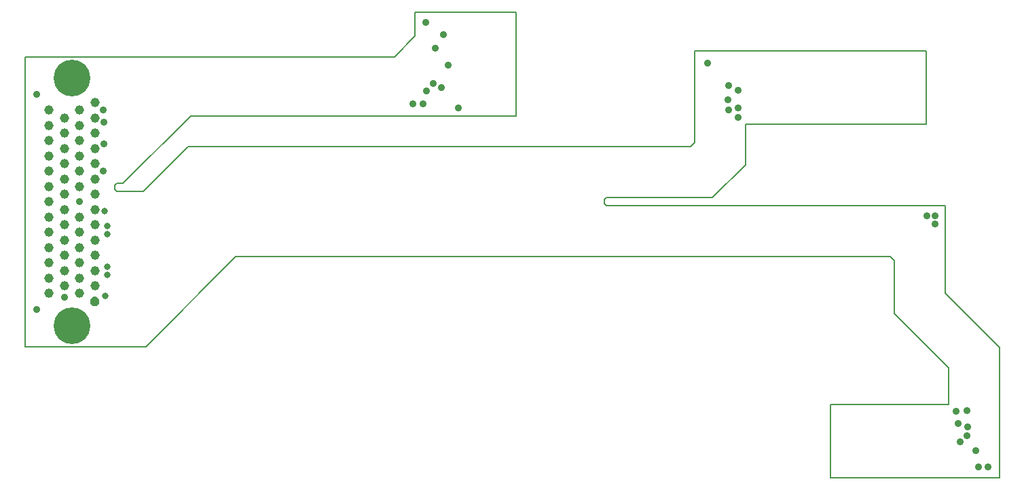
<source format=gbr>
G04 start of page 10 for group 8 idx 10
G04 Title: TFlex, Flex1 *
G04 Creator: pcb-bin 20060822 *
G04 CreationDate: Thu May  3 09:54:56 2007 UTC *
G04 For: stephan *
G04 Format: Gerber/RS-274X *
G04 PCB-Dimensions: 500000 300000 *
G04 PCB-Coordinate-Origin: lower left *
%MOIN*%
%FSLAX24Y24*%
%LNGROUP8*%
%ADD11C,0.0060*%
%ADD12C,0.0460*%
%ADD13C,0.0200*%
%ADD14C,0.1800*%
%ADD15C,0.0360*%
%ADD16C,0.0320*%
%ADD17C,0.0260*%
%ADD18C,0.1050*%
%ADD19C,0.0120*%
G54D11*X46075Y13125D02*X48725Y10475D01*
X43575Y14725D02*Y12125D01*
X46075Y17425D02*Y13125D01*
X43375Y14925D02*X43575Y14725D01*
Y12125D02*X46225Y9475D01*
Y7675D02*X40450D01*
X48725Y10475D02*Y4075D01*
X40450D01*
X46225Y9475D02*Y7675D01*
X40450D02*Y4075D01*
X45125Y25025D02*Y21425D01*
X36275D02*Y19445D01*
X45125Y21425D02*X36275D01*
Y19445D02*X34655Y17825D01*
X33775Y25025D02*X45125D01*
X33775D02*Y20525D01*
X25000Y26950D02*Y21850D01*
X20050Y26950D02*X25000D01*
X20050Y25775D02*Y26950D01*
X19025Y24750D02*X20050Y25775D01*
X29450Y17425D02*X46075D01*
X29350Y17525D02*Y17725D01*
X29450Y17825D02*X34655D01*
X29450Y17425D02*X29350Y17525D01*
Y17725D02*X29450Y17825D01*
X11250Y14925D02*X43375D01*
X33775Y20525D02*X33575Y20325D01*
X9025Y21850D02*X25000D01*
X8900Y20325D02*X33575D01*
X11250Y14925D02*X6825Y10500D01*
X5700Y18525D02*X5400D01*
X5300Y18425D01*
X900Y24750D02*Y10500D01*
X5400Y18125D02*X5300Y18225D01*
X900Y10500D02*X6825D01*
X6700Y18125D02*X8900Y20325D01*
X5700Y18525D02*X9025Y21850D01*
X6700Y18125D02*X5400D01*
X5300Y18225D02*Y18425D01*
X900Y24750D02*X19025D01*
G54D12*X4325Y15000D03*
Y15750D03*
Y16500D03*
Y17250D03*
Y18000D03*
Y18750D03*
Y19500D03*
Y20250D03*
Y21000D03*
Y21750D03*
Y22500D03*
X3575Y14625D03*
Y15375D03*
Y16125D03*
Y16875D03*
Y18375D03*
Y19125D03*
Y19875D03*
Y20625D03*
Y21375D03*
X4325Y13500D03*
Y14250D03*
X3575Y13125D03*
G54D13*G36*
X4555Y12845D02*X4420Y12980D01*
X4229D01*
X4095Y12845D01*
Y12654D01*
X4229Y12520D01*
X4420D01*
X4555Y12654D01*
Y12845D01*
G37*
G54D12*X3575Y13875D03*
X2825Y18000D03*
Y18750D03*
Y19500D03*
Y20250D03*
Y21000D03*
Y21750D03*
Y15000D03*
Y15750D03*
X2075Y15375D03*
X2825Y16500D03*
Y17250D03*
X2075Y16125D03*
Y16875D03*
X3575Y22125D03*
G54D14*X3200Y23700D03*
G54D12*X2075Y22125D03*
X2825Y13500D03*
Y14250D03*
X2075Y13125D03*
Y13875D03*
G54D14*X3200Y11550D03*
G54D12*X2075Y14625D03*
Y17625D03*
Y19875D03*
Y20625D03*
Y18375D03*
Y21375D03*
Y19125D03*
G54D15*X48180Y4620D03*
X47705D03*
X47575Y5420D03*
X47155Y6150D03*
X46815Y5845D03*
X47170Y6585D03*
X47135Y7380D03*
X46710Y6730D03*
X46610Y7350D03*
X45575Y16925D03*
Y16525D03*
X45175Y16925D03*
X35900Y21775D03*
X35445Y22130D03*
X35890Y22240D03*
X35390Y22645D03*
X35445Y23330D03*
X35890Y23120D03*
X34400Y24450D03*
X22175Y22225D03*
X21675Y24325D03*
X21425Y25825D03*
X21350Y23225D03*
X21050Y25175D03*
X20925Y23425D03*
X20600Y23075D03*
X20575Y26425D03*
X20425Y22425D03*
X19950D03*
X4775Y20475D03*
G54D16*X4800Y17175D03*
G54D15*X4725Y19125D03*
X3575Y17625D03*
X4775Y21525D03*
X4725Y22125D03*
X1475Y22900D03*
G54D16*X4950Y14025D03*
Y14425D03*
Y16425D03*
X4925Y16025D03*
X4825Y13000D03*
G54D15*X2825Y12925D03*
X1475Y12350D03*
G54D17*%LNGROUP8_C1*%
%LPC*%
G54D18*G54D17*G54D18*G54D17*G54D19*M02*

</source>
